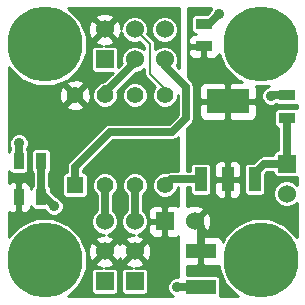
<source format=gtl>
G04 (created by PCBNEW (2013-04-19 BZR 4011)-stable) date 06/06/2013 13:50:22*
%MOIN*%
G04 Gerber Fmt 3.4, Leading zero omitted, Abs format*
%FSLAX34Y34*%
G01*
G70*
G90*
G04 APERTURE LIST*
%ADD10C,2.3622e-006*%
%ADD11R,0.144X0.08*%
%ADD12R,0.04X0.08*%
%ADD13R,0.055X0.055*%
%ADD14C,0.055*%
%ADD15R,0.06X0.06*%
%ADD16C,0.06*%
%ADD17C,0.25*%
%ADD18R,0.055X0.035*%
%ADD19R,0.035X0.055*%
%ADD20R,0.1X0.05*%
%ADD21C,0.035*%
%ADD22C,0.025*%
%ADD23C,0.008*%
%ADD24C,0.01*%
G04 APERTURE END LIST*
G54D10*
G54D11*
X18500Y-13300D03*
G54D12*
X18500Y-15900D03*
X19400Y-15900D03*
X17600Y-15900D03*
G54D13*
X13400Y-16100D03*
G54D14*
X14400Y-16100D03*
X15400Y-16100D03*
X16400Y-16100D03*
X16400Y-13100D03*
X15400Y-13100D03*
X14400Y-13100D03*
X13400Y-13100D03*
G54D15*
X14400Y-19300D03*
G54D16*
X14400Y-18300D03*
X14400Y-17300D03*
G54D15*
X15400Y-19300D03*
G54D16*
X15400Y-18300D03*
X15400Y-17300D03*
G54D15*
X16400Y-17300D03*
G54D16*
X17400Y-17300D03*
G54D15*
X20460Y-15380D03*
G54D16*
X20460Y-16380D03*
G54D15*
X14400Y-11900D03*
G54D16*
X14400Y-10900D03*
X15400Y-11900D03*
X15400Y-10900D03*
X16400Y-11900D03*
X16400Y-10900D03*
G54D17*
X12400Y-18600D03*
X19600Y-18600D03*
X19600Y-11400D03*
X12400Y-11400D03*
G54D18*
X17700Y-11475D03*
X17700Y-10725D03*
G54D19*
X12275Y-15300D03*
X11525Y-15300D03*
G54D18*
X20480Y-13855D03*
X20480Y-13105D03*
G54D19*
X11525Y-16500D03*
X12275Y-16500D03*
G54D20*
X17600Y-18300D03*
X17600Y-19500D03*
G54D21*
X12700Y-16800D03*
X18200Y-10400D03*
X16800Y-19500D03*
X11540Y-14700D03*
X19940Y-13120D03*
G54D22*
X14400Y-16100D02*
X14400Y-17300D01*
X15400Y-16100D02*
X15400Y-17300D01*
G54D23*
X16400Y-13100D02*
X16400Y-12900D01*
X15900Y-11400D02*
X15400Y-10900D01*
X15900Y-12400D02*
X15900Y-11400D01*
X16400Y-12900D02*
X15900Y-12400D01*
G54D22*
X13400Y-16100D02*
X13400Y-15480D01*
X16400Y-12120D02*
X16400Y-11900D01*
X17100Y-12820D02*
X16400Y-12120D01*
X17100Y-13860D02*
X17100Y-12820D01*
X16640Y-14320D02*
X17100Y-13860D01*
X14560Y-14320D02*
X16640Y-14320D01*
X13400Y-15480D02*
X14560Y-14320D01*
X12275Y-16500D02*
X12275Y-15300D01*
X12275Y-16500D02*
X12400Y-16500D01*
X12400Y-16500D02*
X12700Y-16800D01*
X15400Y-11900D02*
X15400Y-12000D01*
X14500Y-12900D02*
X14400Y-12900D01*
X15400Y-12000D02*
X14500Y-12900D01*
X14400Y-12900D02*
X14400Y-13100D01*
X20460Y-15380D02*
X20460Y-13875D01*
X20460Y-13875D02*
X20480Y-13855D01*
X19700Y-15380D02*
X20460Y-15380D01*
X19400Y-15680D02*
X19700Y-15380D01*
X17600Y-18300D02*
X17600Y-17500D01*
X17600Y-17500D02*
X17400Y-17300D01*
X17700Y-10725D02*
X17875Y-10725D01*
X17875Y-10725D02*
X18200Y-10400D01*
X17600Y-15900D02*
X16600Y-15900D01*
X16600Y-15900D02*
X16400Y-16100D01*
X17600Y-19500D02*
X16800Y-19500D01*
X11525Y-15300D02*
X11525Y-14715D01*
X11525Y-14715D02*
X11540Y-14700D01*
X20480Y-13105D02*
X19955Y-13105D01*
X19955Y-13105D02*
X19940Y-13120D01*
G54D10*
G36*
X16870Y-12201D02*
X16793Y-12124D01*
X16849Y-11989D01*
X16850Y-11810D01*
X16850Y-10810D01*
X16781Y-10645D01*
X16655Y-10518D01*
X16489Y-10450D01*
X16310Y-10449D01*
X16145Y-10518D01*
X16018Y-10644D01*
X15950Y-10810D01*
X15949Y-10989D01*
X16018Y-11154D01*
X16144Y-11281D01*
X16310Y-11349D01*
X16489Y-11350D01*
X16654Y-11281D01*
X16781Y-11155D01*
X16849Y-10989D01*
X16850Y-10810D01*
X16850Y-11810D01*
X16781Y-11645D01*
X16655Y-11518D01*
X16489Y-11450D01*
X16310Y-11449D01*
X16145Y-11518D01*
X16090Y-11573D01*
X16090Y-11400D01*
X16075Y-11327D01*
X16034Y-11265D01*
X15823Y-11054D01*
X15849Y-10989D01*
X15850Y-10810D01*
X15781Y-10645D01*
X15655Y-10518D01*
X15489Y-10450D01*
X15310Y-10449D01*
X15145Y-10518D01*
X15018Y-10644D01*
X14950Y-10810D01*
X14950Y-10886D01*
X14943Y-10763D01*
X14881Y-10612D01*
X14785Y-10584D01*
X14715Y-10655D01*
X14715Y-10514D01*
X14687Y-10418D01*
X14481Y-10345D01*
X14263Y-10356D01*
X14112Y-10418D01*
X14084Y-10514D01*
X14400Y-10829D01*
X14715Y-10514D01*
X14715Y-10655D01*
X14470Y-10900D01*
X14785Y-11215D01*
X14881Y-11187D01*
X14951Y-10992D01*
X15018Y-11154D01*
X15144Y-11281D01*
X15310Y-11349D01*
X15489Y-11350D01*
X15554Y-11323D01*
X15710Y-11478D01*
X15710Y-11573D01*
X15655Y-11518D01*
X15489Y-11450D01*
X15310Y-11449D01*
X15145Y-11518D01*
X15018Y-11644D01*
X14950Y-11810D01*
X14949Y-11989D01*
X14970Y-12040D01*
X14850Y-12161D01*
X14850Y-11570D01*
X14827Y-11515D01*
X14785Y-11472D01*
X14729Y-11450D01*
X14670Y-11449D01*
X14414Y-11449D01*
X14536Y-11443D01*
X14687Y-11381D01*
X14715Y-11285D01*
X14400Y-10970D01*
X14329Y-11041D01*
X14329Y-10900D01*
X14014Y-10584D01*
X13918Y-10612D01*
X13845Y-10818D01*
X13856Y-11036D01*
X13918Y-11187D01*
X14014Y-11215D01*
X14329Y-10900D01*
X14329Y-11041D01*
X14084Y-11285D01*
X14112Y-11381D01*
X14304Y-11449D01*
X14070Y-11449D01*
X14015Y-11472D01*
X13972Y-11514D01*
X13950Y-11570D01*
X13949Y-11629D01*
X13949Y-12229D01*
X13972Y-12284D01*
X14014Y-12327D01*
X14070Y-12349D01*
X14129Y-12350D01*
X14661Y-12350D01*
X14382Y-12628D01*
X14294Y-12645D01*
X14205Y-12705D01*
X14191Y-12726D01*
X14159Y-12739D01*
X14039Y-12858D01*
X13975Y-13015D01*
X13974Y-13184D01*
X14039Y-13340D01*
X14158Y-13460D01*
X14315Y-13524D01*
X14484Y-13525D01*
X14640Y-13460D01*
X14760Y-13341D01*
X14824Y-13184D01*
X14825Y-13015D01*
X14809Y-12979D01*
X15438Y-12350D01*
X15489Y-12350D01*
X15654Y-12281D01*
X15710Y-12226D01*
X15710Y-12400D01*
X15724Y-12472D01*
X15765Y-12534D01*
X16065Y-12833D01*
X16039Y-12858D01*
X15975Y-13015D01*
X15974Y-13184D01*
X16039Y-13340D01*
X16158Y-13460D01*
X16315Y-13524D01*
X16484Y-13525D01*
X16640Y-13460D01*
X16760Y-13341D01*
X16824Y-13184D01*
X16825Y-13099D01*
X16825Y-13746D01*
X16526Y-14045D01*
X15825Y-14045D01*
X15825Y-13015D01*
X15760Y-12859D01*
X15641Y-12739D01*
X15484Y-12675D01*
X15315Y-12674D01*
X15159Y-12739D01*
X15039Y-12858D01*
X14975Y-13015D01*
X14974Y-13184D01*
X15039Y-13340D01*
X15158Y-13460D01*
X15315Y-13524D01*
X15484Y-13525D01*
X15640Y-13460D01*
X15760Y-13341D01*
X15824Y-13184D01*
X15825Y-13015D01*
X15825Y-14045D01*
X14560Y-14045D01*
X14454Y-14065D01*
X14365Y-14125D01*
X14365Y-14125D01*
X14365Y-14125D01*
X13929Y-14561D01*
X13929Y-13175D01*
X13918Y-12967D01*
X13860Y-12827D01*
X13767Y-12802D01*
X13697Y-12873D01*
X13697Y-12732D01*
X13672Y-12639D01*
X13475Y-12570D01*
X13267Y-12581D01*
X13127Y-12639D01*
X13102Y-12732D01*
X13400Y-13029D01*
X13697Y-12732D01*
X13697Y-12873D01*
X13470Y-13100D01*
X13767Y-13397D01*
X13860Y-13372D01*
X13929Y-13175D01*
X13929Y-14561D01*
X13697Y-14794D01*
X13697Y-13467D01*
X13400Y-13170D01*
X13329Y-13241D01*
X13329Y-13100D01*
X13032Y-12802D01*
X12939Y-12827D01*
X12870Y-13024D01*
X12881Y-13232D01*
X12939Y-13372D01*
X13032Y-13397D01*
X13329Y-13100D01*
X13329Y-13241D01*
X13102Y-13467D01*
X13127Y-13560D01*
X13324Y-13629D01*
X13532Y-13618D01*
X13672Y-13560D01*
X13697Y-13467D01*
X13697Y-14794D01*
X13205Y-15285D01*
X13145Y-15374D01*
X13125Y-15480D01*
X13125Y-15674D01*
X13095Y-15674D01*
X13040Y-15697D01*
X12997Y-15739D01*
X12975Y-15795D01*
X12974Y-15854D01*
X12974Y-16404D01*
X12997Y-16459D01*
X13039Y-16502D01*
X13095Y-16524D01*
X13154Y-16525D01*
X13704Y-16525D01*
X13759Y-16502D01*
X13802Y-16460D01*
X13824Y-16404D01*
X13825Y-16345D01*
X13825Y-15795D01*
X13802Y-15740D01*
X13760Y-15697D01*
X13704Y-15675D01*
X13675Y-15674D01*
X13675Y-15593D01*
X14673Y-14595D01*
X16640Y-14595D01*
X16745Y-14574D01*
X16745Y-14574D01*
X16834Y-14514D01*
X16850Y-14498D01*
X16850Y-15625D01*
X16600Y-15625D01*
X16494Y-15645D01*
X16451Y-15675D01*
X16451Y-15675D01*
X16315Y-15674D01*
X16159Y-15739D01*
X16039Y-15858D01*
X15975Y-16015D01*
X15974Y-16184D01*
X16039Y-16340D01*
X16158Y-16460D01*
X16315Y-16524D01*
X16484Y-16525D01*
X16640Y-16460D01*
X16760Y-16341D01*
X16824Y-16184D01*
X16824Y-16175D01*
X16850Y-16175D01*
X16850Y-16500D01*
X16850Y-16796D01*
X16841Y-16787D01*
X16749Y-16749D01*
X16512Y-16750D01*
X16450Y-16812D01*
X16450Y-17250D01*
X16457Y-17250D01*
X16457Y-17350D01*
X16450Y-17350D01*
X16450Y-17787D01*
X16512Y-17850D01*
X16749Y-17850D01*
X16841Y-17812D01*
X16850Y-17803D01*
X16850Y-17900D01*
X16850Y-19175D01*
X16735Y-19174D01*
X16616Y-19224D01*
X16524Y-19315D01*
X16475Y-19435D01*
X16474Y-19564D01*
X16524Y-19683D01*
X16615Y-19775D01*
X16662Y-19795D01*
X16350Y-19795D01*
X16350Y-17787D01*
X16350Y-17350D01*
X16350Y-17250D01*
X16350Y-16812D01*
X16287Y-16750D01*
X16050Y-16749D01*
X15958Y-16787D01*
X15888Y-16858D01*
X15850Y-16950D01*
X15849Y-17049D01*
X15850Y-17187D01*
X15912Y-17250D01*
X16350Y-17250D01*
X16350Y-17350D01*
X15912Y-17350D01*
X15850Y-17412D01*
X15850Y-17210D01*
X15781Y-17045D01*
X15675Y-16938D01*
X15675Y-16425D01*
X15760Y-16341D01*
X15824Y-16184D01*
X15825Y-16015D01*
X15760Y-15859D01*
X15641Y-15739D01*
X15484Y-15675D01*
X15315Y-15674D01*
X15159Y-15739D01*
X15039Y-15858D01*
X14975Y-16015D01*
X14974Y-16184D01*
X15039Y-16340D01*
X15125Y-16426D01*
X15125Y-16938D01*
X15018Y-17044D01*
X14950Y-17210D01*
X14949Y-17389D01*
X15018Y-17554D01*
X15144Y-17681D01*
X15310Y-17749D01*
X15386Y-17749D01*
X15263Y-17756D01*
X15112Y-17818D01*
X15084Y-17914D01*
X15400Y-18229D01*
X15715Y-17914D01*
X15687Y-17818D01*
X15492Y-17748D01*
X15654Y-17681D01*
X15781Y-17555D01*
X15849Y-17389D01*
X15850Y-17210D01*
X15850Y-17412D01*
X15850Y-17412D01*
X15849Y-17550D01*
X15850Y-17649D01*
X15888Y-17741D01*
X15958Y-17812D01*
X16050Y-17850D01*
X16287Y-17850D01*
X16350Y-17787D01*
X16350Y-19795D01*
X15954Y-19795D01*
X15954Y-18381D01*
X15943Y-18163D01*
X15881Y-18012D01*
X15785Y-17984D01*
X15470Y-18300D01*
X15785Y-18615D01*
X15881Y-18587D01*
X15954Y-18381D01*
X15954Y-19795D01*
X15850Y-19795D01*
X15850Y-19570D01*
X15850Y-18970D01*
X15827Y-18915D01*
X15785Y-18872D01*
X15729Y-18850D01*
X15670Y-18849D01*
X15414Y-18849D01*
X15536Y-18843D01*
X15687Y-18781D01*
X15715Y-18685D01*
X15400Y-18370D01*
X15329Y-18441D01*
X15329Y-18300D01*
X15014Y-17984D01*
X14918Y-18012D01*
X14901Y-18060D01*
X14881Y-18012D01*
X14850Y-18003D01*
X14850Y-17210D01*
X14781Y-17045D01*
X14675Y-16938D01*
X14675Y-16425D01*
X14760Y-16341D01*
X14824Y-16184D01*
X14825Y-16015D01*
X14760Y-15859D01*
X14641Y-15739D01*
X14484Y-15675D01*
X14315Y-15674D01*
X14159Y-15739D01*
X14039Y-15858D01*
X13975Y-16015D01*
X13974Y-16184D01*
X14039Y-16340D01*
X14125Y-16426D01*
X14125Y-16938D01*
X14018Y-17044D01*
X13950Y-17210D01*
X13949Y-17389D01*
X14018Y-17554D01*
X14144Y-17681D01*
X14310Y-17749D01*
X14386Y-17749D01*
X14263Y-17756D01*
X14112Y-17818D01*
X14084Y-17914D01*
X14400Y-18229D01*
X14715Y-17914D01*
X14687Y-17818D01*
X14492Y-17748D01*
X14654Y-17681D01*
X14781Y-17555D01*
X14849Y-17389D01*
X14850Y-17210D01*
X14850Y-18003D01*
X14785Y-17984D01*
X14470Y-18300D01*
X14785Y-18615D01*
X14881Y-18587D01*
X14898Y-18539D01*
X14918Y-18587D01*
X15014Y-18615D01*
X15329Y-18300D01*
X15329Y-18441D01*
X15084Y-18685D01*
X15112Y-18781D01*
X15304Y-18849D01*
X15070Y-18849D01*
X15015Y-18872D01*
X14972Y-18914D01*
X14950Y-18970D01*
X14949Y-19029D01*
X14949Y-19629D01*
X14972Y-19684D01*
X15014Y-19727D01*
X15070Y-19749D01*
X15129Y-19750D01*
X15729Y-19750D01*
X15784Y-19727D01*
X15827Y-19685D01*
X15849Y-19629D01*
X15850Y-19570D01*
X15850Y-19795D01*
X14850Y-19795D01*
X14850Y-19570D01*
X14850Y-18970D01*
X14827Y-18915D01*
X14785Y-18872D01*
X14729Y-18850D01*
X14670Y-18849D01*
X14414Y-18849D01*
X14536Y-18843D01*
X14687Y-18781D01*
X14715Y-18685D01*
X14400Y-18370D01*
X14329Y-18441D01*
X14329Y-18300D01*
X14014Y-17984D01*
X13918Y-18012D01*
X13845Y-18218D01*
X13856Y-18436D01*
X13918Y-18587D01*
X14014Y-18615D01*
X14329Y-18300D01*
X14329Y-18441D01*
X14084Y-18685D01*
X14112Y-18781D01*
X14304Y-18849D01*
X14070Y-18849D01*
X14015Y-18872D01*
X13972Y-18914D01*
X13950Y-18970D01*
X13949Y-19029D01*
X13949Y-19629D01*
X13972Y-19684D01*
X14014Y-19727D01*
X14070Y-19749D01*
X14129Y-19750D01*
X14729Y-19750D01*
X14784Y-19727D01*
X14827Y-19685D01*
X14849Y-19629D01*
X14850Y-19570D01*
X14850Y-19795D01*
X13173Y-19795D01*
X13192Y-19787D01*
X13586Y-19394D01*
X13799Y-18879D01*
X13800Y-18322D01*
X13587Y-17807D01*
X13194Y-17413D01*
X13025Y-17343D01*
X13025Y-16735D01*
X12975Y-16616D01*
X12884Y-16524D01*
X12764Y-16475D01*
X12763Y-16475D01*
X12600Y-16311D01*
X12600Y-16195D01*
X12577Y-16140D01*
X12550Y-16112D01*
X12550Y-15687D01*
X12577Y-15660D01*
X12599Y-15604D01*
X12600Y-15545D01*
X12600Y-14995D01*
X12577Y-14940D01*
X12535Y-14897D01*
X12479Y-14875D01*
X12420Y-14874D01*
X12070Y-14874D01*
X12015Y-14897D01*
X11972Y-14939D01*
X11950Y-14995D01*
X11949Y-15054D01*
X11949Y-15604D01*
X11972Y-15659D01*
X12000Y-15687D01*
X12000Y-16112D01*
X11972Y-16139D01*
X11950Y-16195D01*
X11949Y-16224D01*
X11949Y-16175D01*
X11911Y-16083D01*
X11841Y-16012D01*
X11749Y-15974D01*
X11637Y-15975D01*
X11575Y-16037D01*
X11575Y-16450D01*
X11582Y-16450D01*
X11582Y-16550D01*
X11575Y-16550D01*
X11575Y-16962D01*
X11637Y-17025D01*
X11749Y-17025D01*
X11841Y-16987D01*
X11911Y-16916D01*
X11949Y-16824D01*
X11949Y-16804D01*
X11949Y-16804D01*
X11972Y-16859D01*
X12014Y-16902D01*
X12070Y-16924D01*
X12129Y-16925D01*
X12400Y-16925D01*
X12424Y-16983D01*
X12515Y-17075D01*
X12635Y-17124D01*
X12764Y-17125D01*
X12883Y-17075D01*
X12975Y-16984D01*
X13024Y-16864D01*
X13025Y-16735D01*
X13025Y-17343D01*
X12679Y-17200D01*
X12122Y-17199D01*
X11607Y-17412D01*
X11213Y-17805D01*
X11205Y-17827D01*
X11205Y-16983D01*
X11208Y-16987D01*
X11300Y-17025D01*
X11412Y-17025D01*
X11475Y-16962D01*
X11475Y-16550D01*
X11467Y-16550D01*
X11467Y-16450D01*
X11475Y-16450D01*
X11475Y-16037D01*
X11412Y-15975D01*
X11300Y-15974D01*
X11208Y-16012D01*
X11205Y-16016D01*
X11205Y-15616D01*
X11222Y-15659D01*
X11264Y-15702D01*
X11320Y-15724D01*
X11379Y-15725D01*
X11729Y-15725D01*
X11784Y-15702D01*
X11827Y-15660D01*
X11849Y-15604D01*
X11850Y-15545D01*
X11850Y-14995D01*
X11827Y-14940D01*
X11800Y-14912D01*
X11800Y-14899D01*
X11815Y-14884D01*
X11864Y-14764D01*
X11865Y-14635D01*
X11815Y-14516D01*
X11724Y-14424D01*
X11604Y-14375D01*
X11475Y-14374D01*
X11356Y-14424D01*
X11264Y-14515D01*
X11215Y-14635D01*
X11214Y-14764D01*
X11250Y-14849D01*
X11250Y-14912D01*
X11222Y-14939D01*
X11205Y-14983D01*
X11205Y-12173D01*
X11212Y-12192D01*
X11605Y-12586D01*
X12120Y-12799D01*
X12677Y-12800D01*
X13192Y-12587D01*
X13586Y-12194D01*
X13799Y-11679D01*
X13800Y-11122D01*
X13587Y-10607D01*
X13194Y-10213D01*
X13172Y-10205D01*
X16870Y-10205D01*
X16870Y-11200D01*
X16870Y-12201D01*
X16870Y-12201D01*
G37*
G54D24*
X16870Y-12201D02*
X16793Y-12124D01*
X16849Y-11989D01*
X16850Y-11810D01*
X16850Y-10810D01*
X16781Y-10645D01*
X16655Y-10518D01*
X16489Y-10450D01*
X16310Y-10449D01*
X16145Y-10518D01*
X16018Y-10644D01*
X15950Y-10810D01*
X15949Y-10989D01*
X16018Y-11154D01*
X16144Y-11281D01*
X16310Y-11349D01*
X16489Y-11350D01*
X16654Y-11281D01*
X16781Y-11155D01*
X16849Y-10989D01*
X16850Y-10810D01*
X16850Y-11810D01*
X16781Y-11645D01*
X16655Y-11518D01*
X16489Y-11450D01*
X16310Y-11449D01*
X16145Y-11518D01*
X16090Y-11573D01*
X16090Y-11400D01*
X16075Y-11327D01*
X16034Y-11265D01*
X15823Y-11054D01*
X15849Y-10989D01*
X15850Y-10810D01*
X15781Y-10645D01*
X15655Y-10518D01*
X15489Y-10450D01*
X15310Y-10449D01*
X15145Y-10518D01*
X15018Y-10644D01*
X14950Y-10810D01*
X14950Y-10886D01*
X14943Y-10763D01*
X14881Y-10612D01*
X14785Y-10584D01*
X14715Y-10655D01*
X14715Y-10514D01*
X14687Y-10418D01*
X14481Y-10345D01*
X14263Y-10356D01*
X14112Y-10418D01*
X14084Y-10514D01*
X14400Y-10829D01*
X14715Y-10514D01*
X14715Y-10655D01*
X14470Y-10900D01*
X14785Y-11215D01*
X14881Y-11187D01*
X14951Y-10992D01*
X15018Y-11154D01*
X15144Y-11281D01*
X15310Y-11349D01*
X15489Y-11350D01*
X15554Y-11323D01*
X15710Y-11478D01*
X15710Y-11573D01*
X15655Y-11518D01*
X15489Y-11450D01*
X15310Y-11449D01*
X15145Y-11518D01*
X15018Y-11644D01*
X14950Y-11810D01*
X14949Y-11989D01*
X14970Y-12040D01*
X14850Y-12161D01*
X14850Y-11570D01*
X14827Y-11515D01*
X14785Y-11472D01*
X14729Y-11450D01*
X14670Y-11449D01*
X14414Y-11449D01*
X14536Y-11443D01*
X14687Y-11381D01*
X14715Y-11285D01*
X14400Y-10970D01*
X14329Y-11041D01*
X14329Y-10900D01*
X14014Y-10584D01*
X13918Y-10612D01*
X13845Y-10818D01*
X13856Y-11036D01*
X13918Y-11187D01*
X14014Y-11215D01*
X14329Y-10900D01*
X14329Y-11041D01*
X14084Y-11285D01*
X14112Y-11381D01*
X14304Y-11449D01*
X14070Y-11449D01*
X14015Y-11472D01*
X13972Y-11514D01*
X13950Y-11570D01*
X13949Y-11629D01*
X13949Y-12229D01*
X13972Y-12284D01*
X14014Y-12327D01*
X14070Y-12349D01*
X14129Y-12350D01*
X14661Y-12350D01*
X14382Y-12628D01*
X14294Y-12645D01*
X14205Y-12705D01*
X14191Y-12726D01*
X14159Y-12739D01*
X14039Y-12858D01*
X13975Y-13015D01*
X13974Y-13184D01*
X14039Y-13340D01*
X14158Y-13460D01*
X14315Y-13524D01*
X14484Y-13525D01*
X14640Y-13460D01*
X14760Y-13341D01*
X14824Y-13184D01*
X14825Y-13015D01*
X14809Y-12979D01*
X15438Y-12350D01*
X15489Y-12350D01*
X15654Y-12281D01*
X15710Y-12226D01*
X15710Y-12400D01*
X15724Y-12472D01*
X15765Y-12534D01*
X16065Y-12833D01*
X16039Y-12858D01*
X15975Y-13015D01*
X15974Y-13184D01*
X16039Y-13340D01*
X16158Y-13460D01*
X16315Y-13524D01*
X16484Y-13525D01*
X16640Y-13460D01*
X16760Y-13341D01*
X16824Y-13184D01*
X16825Y-13099D01*
X16825Y-13746D01*
X16526Y-14045D01*
X15825Y-14045D01*
X15825Y-13015D01*
X15760Y-12859D01*
X15641Y-12739D01*
X15484Y-12675D01*
X15315Y-12674D01*
X15159Y-12739D01*
X15039Y-12858D01*
X14975Y-13015D01*
X14974Y-13184D01*
X15039Y-13340D01*
X15158Y-13460D01*
X15315Y-13524D01*
X15484Y-13525D01*
X15640Y-13460D01*
X15760Y-13341D01*
X15824Y-13184D01*
X15825Y-13015D01*
X15825Y-14045D01*
X14560Y-14045D01*
X14454Y-14065D01*
X14365Y-14125D01*
X14365Y-14125D01*
X14365Y-14125D01*
X13929Y-14561D01*
X13929Y-13175D01*
X13918Y-12967D01*
X13860Y-12827D01*
X13767Y-12802D01*
X13697Y-12873D01*
X13697Y-12732D01*
X13672Y-12639D01*
X13475Y-12570D01*
X13267Y-12581D01*
X13127Y-12639D01*
X13102Y-12732D01*
X13400Y-13029D01*
X13697Y-12732D01*
X13697Y-12873D01*
X13470Y-13100D01*
X13767Y-13397D01*
X13860Y-13372D01*
X13929Y-13175D01*
X13929Y-14561D01*
X13697Y-14794D01*
X13697Y-13467D01*
X13400Y-13170D01*
X13329Y-13241D01*
X13329Y-13100D01*
X13032Y-12802D01*
X12939Y-12827D01*
X12870Y-13024D01*
X12881Y-13232D01*
X12939Y-13372D01*
X13032Y-13397D01*
X13329Y-13100D01*
X13329Y-13241D01*
X13102Y-13467D01*
X13127Y-13560D01*
X13324Y-13629D01*
X13532Y-13618D01*
X13672Y-13560D01*
X13697Y-13467D01*
X13697Y-14794D01*
X13205Y-15285D01*
X13145Y-15374D01*
X13125Y-15480D01*
X13125Y-15674D01*
X13095Y-15674D01*
X13040Y-15697D01*
X12997Y-15739D01*
X12975Y-15795D01*
X12974Y-15854D01*
X12974Y-16404D01*
X12997Y-16459D01*
X13039Y-16502D01*
X13095Y-16524D01*
X13154Y-16525D01*
X13704Y-16525D01*
X13759Y-16502D01*
X13802Y-16460D01*
X13824Y-16404D01*
X13825Y-16345D01*
X13825Y-15795D01*
X13802Y-15740D01*
X13760Y-15697D01*
X13704Y-15675D01*
X13675Y-15674D01*
X13675Y-15593D01*
X14673Y-14595D01*
X16640Y-14595D01*
X16745Y-14574D01*
X16745Y-14574D01*
X16834Y-14514D01*
X16850Y-14498D01*
X16850Y-15625D01*
X16600Y-15625D01*
X16494Y-15645D01*
X16451Y-15675D01*
X16451Y-15675D01*
X16315Y-15674D01*
X16159Y-15739D01*
X16039Y-15858D01*
X15975Y-16015D01*
X15974Y-16184D01*
X16039Y-16340D01*
X16158Y-16460D01*
X16315Y-16524D01*
X16484Y-16525D01*
X16640Y-16460D01*
X16760Y-16341D01*
X16824Y-16184D01*
X16824Y-16175D01*
X16850Y-16175D01*
X16850Y-16500D01*
X16850Y-16796D01*
X16841Y-16787D01*
X16749Y-16749D01*
X16512Y-16750D01*
X16450Y-16812D01*
X16450Y-17250D01*
X16457Y-17250D01*
X16457Y-17350D01*
X16450Y-17350D01*
X16450Y-17787D01*
X16512Y-17850D01*
X16749Y-17850D01*
X16841Y-17812D01*
X16850Y-17803D01*
X16850Y-17900D01*
X16850Y-19175D01*
X16735Y-19174D01*
X16616Y-19224D01*
X16524Y-19315D01*
X16475Y-19435D01*
X16474Y-19564D01*
X16524Y-19683D01*
X16615Y-19775D01*
X16662Y-19795D01*
X16350Y-19795D01*
X16350Y-17787D01*
X16350Y-17350D01*
X16350Y-17250D01*
X16350Y-16812D01*
X16287Y-16750D01*
X16050Y-16749D01*
X15958Y-16787D01*
X15888Y-16858D01*
X15850Y-16950D01*
X15849Y-17049D01*
X15850Y-17187D01*
X15912Y-17250D01*
X16350Y-17250D01*
X16350Y-17350D01*
X15912Y-17350D01*
X15850Y-17412D01*
X15850Y-17210D01*
X15781Y-17045D01*
X15675Y-16938D01*
X15675Y-16425D01*
X15760Y-16341D01*
X15824Y-16184D01*
X15825Y-16015D01*
X15760Y-15859D01*
X15641Y-15739D01*
X15484Y-15675D01*
X15315Y-15674D01*
X15159Y-15739D01*
X15039Y-15858D01*
X14975Y-16015D01*
X14974Y-16184D01*
X15039Y-16340D01*
X15125Y-16426D01*
X15125Y-16938D01*
X15018Y-17044D01*
X14950Y-17210D01*
X14949Y-17389D01*
X15018Y-17554D01*
X15144Y-17681D01*
X15310Y-17749D01*
X15386Y-17749D01*
X15263Y-17756D01*
X15112Y-17818D01*
X15084Y-17914D01*
X15400Y-18229D01*
X15715Y-17914D01*
X15687Y-17818D01*
X15492Y-17748D01*
X15654Y-17681D01*
X15781Y-17555D01*
X15849Y-17389D01*
X15850Y-17210D01*
X15850Y-17412D01*
X15850Y-17412D01*
X15849Y-17550D01*
X15850Y-17649D01*
X15888Y-17741D01*
X15958Y-17812D01*
X16050Y-17850D01*
X16287Y-17850D01*
X16350Y-17787D01*
X16350Y-19795D01*
X15954Y-19795D01*
X15954Y-18381D01*
X15943Y-18163D01*
X15881Y-18012D01*
X15785Y-17984D01*
X15470Y-18300D01*
X15785Y-18615D01*
X15881Y-18587D01*
X15954Y-18381D01*
X15954Y-19795D01*
X15850Y-19795D01*
X15850Y-19570D01*
X15850Y-18970D01*
X15827Y-18915D01*
X15785Y-18872D01*
X15729Y-18850D01*
X15670Y-18849D01*
X15414Y-18849D01*
X15536Y-18843D01*
X15687Y-18781D01*
X15715Y-18685D01*
X15400Y-18370D01*
X15329Y-18441D01*
X15329Y-18300D01*
X15014Y-17984D01*
X14918Y-18012D01*
X14901Y-18060D01*
X14881Y-18012D01*
X14850Y-18003D01*
X14850Y-17210D01*
X14781Y-17045D01*
X14675Y-16938D01*
X14675Y-16425D01*
X14760Y-16341D01*
X14824Y-16184D01*
X14825Y-16015D01*
X14760Y-15859D01*
X14641Y-15739D01*
X14484Y-15675D01*
X14315Y-15674D01*
X14159Y-15739D01*
X14039Y-15858D01*
X13975Y-16015D01*
X13974Y-16184D01*
X14039Y-16340D01*
X14125Y-16426D01*
X14125Y-16938D01*
X14018Y-17044D01*
X13950Y-17210D01*
X13949Y-17389D01*
X14018Y-17554D01*
X14144Y-17681D01*
X14310Y-17749D01*
X14386Y-17749D01*
X14263Y-17756D01*
X14112Y-17818D01*
X14084Y-17914D01*
X14400Y-18229D01*
X14715Y-17914D01*
X14687Y-17818D01*
X14492Y-17748D01*
X14654Y-17681D01*
X14781Y-17555D01*
X14849Y-17389D01*
X14850Y-17210D01*
X14850Y-18003D01*
X14785Y-17984D01*
X14470Y-18300D01*
X14785Y-18615D01*
X14881Y-18587D01*
X14898Y-18539D01*
X14918Y-18587D01*
X15014Y-18615D01*
X15329Y-18300D01*
X15329Y-18441D01*
X15084Y-18685D01*
X15112Y-18781D01*
X15304Y-18849D01*
X15070Y-18849D01*
X15015Y-18872D01*
X14972Y-18914D01*
X14950Y-18970D01*
X14949Y-19029D01*
X14949Y-19629D01*
X14972Y-19684D01*
X15014Y-19727D01*
X15070Y-19749D01*
X15129Y-19750D01*
X15729Y-19750D01*
X15784Y-19727D01*
X15827Y-19685D01*
X15849Y-19629D01*
X15850Y-19570D01*
X15850Y-19795D01*
X14850Y-19795D01*
X14850Y-19570D01*
X14850Y-18970D01*
X14827Y-18915D01*
X14785Y-18872D01*
X14729Y-18850D01*
X14670Y-18849D01*
X14414Y-18849D01*
X14536Y-18843D01*
X14687Y-18781D01*
X14715Y-18685D01*
X14400Y-18370D01*
X14329Y-18441D01*
X14329Y-18300D01*
X14014Y-17984D01*
X13918Y-18012D01*
X13845Y-18218D01*
X13856Y-18436D01*
X13918Y-18587D01*
X14014Y-18615D01*
X14329Y-18300D01*
X14329Y-18441D01*
X14084Y-18685D01*
X14112Y-18781D01*
X14304Y-18849D01*
X14070Y-18849D01*
X14015Y-18872D01*
X13972Y-18914D01*
X13950Y-18970D01*
X13949Y-19029D01*
X13949Y-19629D01*
X13972Y-19684D01*
X14014Y-19727D01*
X14070Y-19749D01*
X14129Y-19750D01*
X14729Y-19750D01*
X14784Y-19727D01*
X14827Y-19685D01*
X14849Y-19629D01*
X14850Y-19570D01*
X14850Y-19795D01*
X13173Y-19795D01*
X13192Y-19787D01*
X13586Y-19394D01*
X13799Y-18879D01*
X13800Y-18322D01*
X13587Y-17807D01*
X13194Y-17413D01*
X13025Y-17343D01*
X13025Y-16735D01*
X12975Y-16616D01*
X12884Y-16524D01*
X12764Y-16475D01*
X12763Y-16475D01*
X12600Y-16311D01*
X12600Y-16195D01*
X12577Y-16140D01*
X12550Y-16112D01*
X12550Y-15687D01*
X12577Y-15660D01*
X12599Y-15604D01*
X12600Y-15545D01*
X12600Y-14995D01*
X12577Y-14940D01*
X12535Y-14897D01*
X12479Y-14875D01*
X12420Y-14874D01*
X12070Y-14874D01*
X12015Y-14897D01*
X11972Y-14939D01*
X11950Y-14995D01*
X11949Y-15054D01*
X11949Y-15604D01*
X11972Y-15659D01*
X12000Y-15687D01*
X12000Y-16112D01*
X11972Y-16139D01*
X11950Y-16195D01*
X11949Y-16224D01*
X11949Y-16175D01*
X11911Y-16083D01*
X11841Y-16012D01*
X11749Y-15974D01*
X11637Y-15975D01*
X11575Y-16037D01*
X11575Y-16450D01*
X11582Y-16450D01*
X11582Y-16550D01*
X11575Y-16550D01*
X11575Y-16962D01*
X11637Y-17025D01*
X11749Y-17025D01*
X11841Y-16987D01*
X11911Y-16916D01*
X11949Y-16824D01*
X11949Y-16804D01*
X11949Y-16804D01*
X11972Y-16859D01*
X12014Y-16902D01*
X12070Y-16924D01*
X12129Y-16925D01*
X12400Y-16925D01*
X12424Y-16983D01*
X12515Y-17075D01*
X12635Y-17124D01*
X12764Y-17125D01*
X12883Y-17075D01*
X12975Y-16984D01*
X13024Y-16864D01*
X13025Y-16735D01*
X13025Y-17343D01*
X12679Y-17200D01*
X12122Y-17199D01*
X11607Y-17412D01*
X11213Y-17805D01*
X11205Y-17827D01*
X11205Y-16983D01*
X11208Y-16987D01*
X11300Y-17025D01*
X11412Y-17025D01*
X11475Y-16962D01*
X11475Y-16550D01*
X11467Y-16550D01*
X11467Y-16450D01*
X11475Y-16450D01*
X11475Y-16037D01*
X11412Y-15975D01*
X11300Y-15974D01*
X11208Y-16012D01*
X11205Y-16016D01*
X11205Y-15616D01*
X11222Y-15659D01*
X11264Y-15702D01*
X11320Y-15724D01*
X11379Y-15725D01*
X11729Y-15725D01*
X11784Y-15702D01*
X11827Y-15660D01*
X11849Y-15604D01*
X11850Y-15545D01*
X11850Y-14995D01*
X11827Y-14940D01*
X11800Y-14912D01*
X11800Y-14899D01*
X11815Y-14884D01*
X11864Y-14764D01*
X11865Y-14635D01*
X11815Y-14516D01*
X11724Y-14424D01*
X11604Y-14375D01*
X11475Y-14374D01*
X11356Y-14424D01*
X11264Y-14515D01*
X11215Y-14635D01*
X11214Y-14764D01*
X11250Y-14849D01*
X11250Y-14912D01*
X11222Y-14939D01*
X11205Y-14983D01*
X11205Y-12173D01*
X11212Y-12192D01*
X11605Y-12586D01*
X12120Y-12799D01*
X12677Y-12800D01*
X13192Y-12587D01*
X13586Y-12194D01*
X13799Y-11679D01*
X13800Y-11122D01*
X13587Y-10607D01*
X13194Y-10213D01*
X13172Y-10205D01*
X16870Y-10205D01*
X16870Y-11200D01*
X16870Y-12201D01*
G54D10*
G36*
X18827Y-19795D02*
X18243Y-19795D01*
X18249Y-19779D01*
X18250Y-19720D01*
X18250Y-19220D01*
X18227Y-19165D01*
X18185Y-19122D01*
X18129Y-19100D01*
X18070Y-19099D01*
X17150Y-19099D01*
X17150Y-18800D01*
X17487Y-18800D01*
X17550Y-18737D01*
X17550Y-18350D01*
X17542Y-18350D01*
X17542Y-18250D01*
X17550Y-18250D01*
X17550Y-18242D01*
X17650Y-18242D01*
X17650Y-18250D01*
X17657Y-18250D01*
X17657Y-18350D01*
X17650Y-18350D01*
X17650Y-18737D01*
X17712Y-18800D01*
X18050Y-18800D01*
X18149Y-18799D01*
X18199Y-18779D01*
X18199Y-18877D01*
X18412Y-19392D01*
X18805Y-19786D01*
X18827Y-19795D01*
X18827Y-19795D01*
G37*
G54D24*
X18827Y-19795D02*
X18243Y-19795D01*
X18249Y-19779D01*
X18250Y-19720D01*
X18250Y-19220D01*
X18227Y-19165D01*
X18185Y-19122D01*
X18129Y-19100D01*
X18070Y-19099D01*
X17150Y-19099D01*
X17150Y-18800D01*
X17487Y-18800D01*
X17550Y-18737D01*
X17550Y-18350D01*
X17542Y-18350D01*
X17542Y-18250D01*
X17550Y-18250D01*
X17550Y-18242D01*
X17650Y-18242D01*
X17650Y-18250D01*
X17657Y-18250D01*
X17657Y-18350D01*
X17650Y-18350D01*
X17650Y-18737D01*
X17712Y-18800D01*
X18050Y-18800D01*
X18149Y-18799D01*
X18199Y-18779D01*
X18199Y-18877D01*
X18412Y-19392D01*
X18805Y-19786D01*
X18827Y-19795D01*
G54D10*
G36*
X20795Y-17826D02*
X20787Y-17807D01*
X20394Y-17413D01*
X19879Y-17200D01*
X19322Y-17199D01*
X18950Y-17353D01*
X18950Y-16250D01*
X18950Y-15549D01*
X18949Y-15450D01*
X18911Y-15358D01*
X18841Y-15287D01*
X18749Y-15249D01*
X18612Y-15250D01*
X18550Y-15312D01*
X18550Y-15850D01*
X18887Y-15850D01*
X18950Y-15787D01*
X18950Y-15549D01*
X18950Y-16250D01*
X18950Y-16012D01*
X18887Y-15950D01*
X18550Y-15950D01*
X18550Y-16487D01*
X18612Y-16550D01*
X18749Y-16550D01*
X18841Y-16512D01*
X18911Y-16441D01*
X18949Y-16349D01*
X18950Y-16250D01*
X18950Y-17353D01*
X18807Y-17412D01*
X18450Y-17769D01*
X18450Y-16487D01*
X18450Y-15950D01*
X18450Y-15850D01*
X18450Y-15312D01*
X18450Y-13887D01*
X18450Y-13350D01*
X18450Y-13250D01*
X18450Y-12712D01*
X18387Y-12650D01*
X17730Y-12649D01*
X17650Y-12683D01*
X17650Y-11837D01*
X17650Y-11525D01*
X17237Y-11525D01*
X17175Y-11587D01*
X17174Y-11699D01*
X17212Y-11791D01*
X17283Y-11861D01*
X17375Y-11899D01*
X17474Y-11900D01*
X17587Y-11900D01*
X17650Y-11837D01*
X17650Y-12683D01*
X17638Y-12687D01*
X17568Y-12758D01*
X17530Y-12850D01*
X17529Y-12949D01*
X17530Y-13187D01*
X17592Y-13250D01*
X18450Y-13250D01*
X18450Y-13350D01*
X17592Y-13350D01*
X17530Y-13412D01*
X17529Y-13650D01*
X17530Y-13749D01*
X17568Y-13841D01*
X17638Y-13912D01*
X17730Y-13950D01*
X18387Y-13950D01*
X18450Y-13887D01*
X18450Y-15312D01*
X18387Y-15250D01*
X18250Y-15249D01*
X18158Y-15287D01*
X18088Y-15358D01*
X18050Y-15450D01*
X18049Y-15549D01*
X18050Y-15787D01*
X18112Y-15850D01*
X18450Y-15850D01*
X18450Y-15950D01*
X18112Y-15950D01*
X18050Y-16012D01*
X18049Y-16250D01*
X18050Y-16349D01*
X18088Y-16441D01*
X18158Y-16512D01*
X18250Y-16550D01*
X18387Y-16550D01*
X18450Y-16487D01*
X18450Y-17769D01*
X18413Y-17805D01*
X18341Y-17979D01*
X18312Y-17908D01*
X18241Y-17838D01*
X18149Y-17800D01*
X18050Y-17799D01*
X17954Y-17799D01*
X17954Y-17381D01*
X17943Y-17163D01*
X17881Y-17012D01*
X17785Y-16984D01*
X17470Y-17300D01*
X17785Y-17615D01*
X17881Y-17587D01*
X17954Y-17381D01*
X17954Y-17799D01*
X17712Y-17800D01*
X17650Y-17862D01*
X17650Y-17800D01*
X17642Y-17800D01*
X17687Y-17781D01*
X17715Y-17685D01*
X17400Y-17370D01*
X17394Y-17376D01*
X17323Y-17305D01*
X17329Y-17300D01*
X17323Y-17294D01*
X17394Y-17223D01*
X17400Y-17229D01*
X17715Y-16914D01*
X17687Y-16818D01*
X17481Y-16745D01*
X17263Y-16756D01*
X17150Y-16803D01*
X17150Y-16700D01*
X17151Y-16175D01*
X17249Y-16175D01*
X17249Y-16329D01*
X17272Y-16384D01*
X17314Y-16427D01*
X17370Y-16449D01*
X17429Y-16450D01*
X17829Y-16450D01*
X17884Y-16427D01*
X17927Y-16385D01*
X17949Y-16329D01*
X17950Y-16270D01*
X17950Y-15470D01*
X17927Y-15415D01*
X17885Y-15372D01*
X17829Y-15350D01*
X17770Y-15349D01*
X17370Y-15349D01*
X17315Y-15372D01*
X17272Y-15414D01*
X17250Y-15470D01*
X17249Y-15529D01*
X17249Y-15625D01*
X17153Y-15625D01*
X17157Y-14191D01*
X17294Y-14054D01*
X17354Y-13965D01*
X17354Y-13965D01*
X17375Y-13860D01*
X17375Y-12820D01*
X17374Y-12819D01*
X17354Y-12714D01*
X17354Y-12714D01*
X17334Y-12685D01*
X17294Y-12625D01*
X17294Y-12625D01*
X17162Y-12493D01*
X17169Y-10205D01*
X17935Y-10205D01*
X17924Y-10215D01*
X17875Y-10335D01*
X17875Y-10336D01*
X17811Y-10399D01*
X17395Y-10399D01*
X17340Y-10422D01*
X17297Y-10464D01*
X17275Y-10520D01*
X17274Y-10579D01*
X17274Y-10929D01*
X17297Y-10984D01*
X17339Y-11027D01*
X17395Y-11049D01*
X17424Y-11050D01*
X17375Y-11050D01*
X17283Y-11088D01*
X17212Y-11158D01*
X17174Y-11250D01*
X17175Y-11362D01*
X17237Y-11425D01*
X17650Y-11425D01*
X17650Y-11417D01*
X17750Y-11417D01*
X17750Y-11425D01*
X17757Y-11425D01*
X17757Y-11525D01*
X17750Y-11525D01*
X17750Y-11837D01*
X17812Y-11900D01*
X17925Y-11900D01*
X18024Y-11899D01*
X18116Y-11861D01*
X18187Y-11791D01*
X18216Y-11718D01*
X18412Y-12192D01*
X18805Y-12586D01*
X18959Y-12649D01*
X18612Y-12650D01*
X18550Y-12712D01*
X18550Y-13250D01*
X19407Y-13250D01*
X19470Y-13187D01*
X19470Y-12949D01*
X19469Y-12850D01*
X19449Y-12799D01*
X19862Y-12800D01*
X19756Y-12844D01*
X19664Y-12935D01*
X19615Y-13055D01*
X19614Y-13184D01*
X19664Y-13303D01*
X19755Y-13395D01*
X19875Y-13444D01*
X20004Y-13445D01*
X20113Y-13400D01*
X20119Y-13407D01*
X20175Y-13429D01*
X20234Y-13430D01*
X20784Y-13430D01*
X20795Y-13425D01*
X20795Y-13534D01*
X20784Y-13530D01*
X20725Y-13529D01*
X20175Y-13529D01*
X20120Y-13552D01*
X20077Y-13594D01*
X20055Y-13650D01*
X20054Y-13709D01*
X20054Y-14059D01*
X20077Y-14114D01*
X20119Y-14157D01*
X20175Y-14179D01*
X20185Y-14179D01*
X20185Y-14929D01*
X20130Y-14929D01*
X20075Y-14952D01*
X20032Y-14994D01*
X20010Y-15050D01*
X20009Y-15105D01*
X19700Y-15105D01*
X19594Y-15125D01*
X19565Y-15145D01*
X19505Y-15185D01*
X19470Y-15221D01*
X19470Y-13650D01*
X19470Y-13412D01*
X19407Y-13350D01*
X18550Y-13350D01*
X18550Y-13887D01*
X18612Y-13950D01*
X19269Y-13950D01*
X19361Y-13912D01*
X19431Y-13841D01*
X19469Y-13749D01*
X19470Y-13650D01*
X19470Y-15221D01*
X19341Y-15349D01*
X19170Y-15349D01*
X19115Y-15372D01*
X19072Y-15414D01*
X19050Y-15470D01*
X19049Y-15529D01*
X19049Y-16329D01*
X19072Y-16384D01*
X19114Y-16427D01*
X19170Y-16449D01*
X19229Y-16450D01*
X19629Y-16450D01*
X19684Y-16427D01*
X19727Y-16385D01*
X19749Y-16329D01*
X19750Y-16270D01*
X19750Y-15718D01*
X19813Y-15655D01*
X20009Y-15655D01*
X20009Y-15709D01*
X20032Y-15764D01*
X20074Y-15807D01*
X20130Y-15829D01*
X20189Y-15830D01*
X20789Y-15830D01*
X20795Y-15827D01*
X20795Y-16078D01*
X20715Y-15998D01*
X20549Y-15930D01*
X20370Y-15929D01*
X20205Y-15998D01*
X20078Y-16124D01*
X20010Y-16290D01*
X20009Y-16469D01*
X20078Y-16634D01*
X20204Y-16761D01*
X20370Y-16829D01*
X20549Y-16830D01*
X20714Y-16761D01*
X20795Y-16681D01*
X20795Y-17826D01*
X20795Y-17826D01*
G37*
G54D24*
X20795Y-17826D02*
X20787Y-17807D01*
X20394Y-17413D01*
X19879Y-17200D01*
X19322Y-17199D01*
X18950Y-17353D01*
X18950Y-16250D01*
X18950Y-15549D01*
X18949Y-15450D01*
X18911Y-15358D01*
X18841Y-15287D01*
X18749Y-15249D01*
X18612Y-15250D01*
X18550Y-15312D01*
X18550Y-15850D01*
X18887Y-15850D01*
X18950Y-15787D01*
X18950Y-15549D01*
X18950Y-16250D01*
X18950Y-16012D01*
X18887Y-15950D01*
X18550Y-15950D01*
X18550Y-16487D01*
X18612Y-16550D01*
X18749Y-16550D01*
X18841Y-16512D01*
X18911Y-16441D01*
X18949Y-16349D01*
X18950Y-16250D01*
X18950Y-17353D01*
X18807Y-17412D01*
X18450Y-17769D01*
X18450Y-16487D01*
X18450Y-15950D01*
X18450Y-15850D01*
X18450Y-15312D01*
X18450Y-13887D01*
X18450Y-13350D01*
X18450Y-13250D01*
X18450Y-12712D01*
X18387Y-12650D01*
X17730Y-12649D01*
X17650Y-12683D01*
X17650Y-11837D01*
X17650Y-11525D01*
X17237Y-11525D01*
X17175Y-11587D01*
X17174Y-11699D01*
X17212Y-11791D01*
X17283Y-11861D01*
X17375Y-11899D01*
X17474Y-11900D01*
X17587Y-11900D01*
X17650Y-11837D01*
X17650Y-12683D01*
X17638Y-12687D01*
X17568Y-12758D01*
X17530Y-12850D01*
X17529Y-12949D01*
X17530Y-13187D01*
X17592Y-13250D01*
X18450Y-13250D01*
X18450Y-13350D01*
X17592Y-13350D01*
X17530Y-13412D01*
X17529Y-13650D01*
X17530Y-13749D01*
X17568Y-13841D01*
X17638Y-13912D01*
X17730Y-13950D01*
X18387Y-13950D01*
X18450Y-13887D01*
X18450Y-15312D01*
X18387Y-15250D01*
X18250Y-15249D01*
X18158Y-15287D01*
X18088Y-15358D01*
X18050Y-15450D01*
X18049Y-15549D01*
X18050Y-15787D01*
X18112Y-15850D01*
X18450Y-15850D01*
X18450Y-15950D01*
X18112Y-15950D01*
X18050Y-16012D01*
X18049Y-16250D01*
X18050Y-16349D01*
X18088Y-16441D01*
X18158Y-16512D01*
X18250Y-16550D01*
X18387Y-16550D01*
X18450Y-16487D01*
X18450Y-17769D01*
X18413Y-17805D01*
X18341Y-17979D01*
X18312Y-17908D01*
X18241Y-17838D01*
X18149Y-17800D01*
X18050Y-17799D01*
X17954Y-17799D01*
X17954Y-17381D01*
X17943Y-17163D01*
X17881Y-17012D01*
X17785Y-16984D01*
X17470Y-17300D01*
X17785Y-17615D01*
X17881Y-17587D01*
X17954Y-17381D01*
X17954Y-17799D01*
X17712Y-17800D01*
X17650Y-17862D01*
X17650Y-17800D01*
X17642Y-17800D01*
X17687Y-17781D01*
X17715Y-17685D01*
X17400Y-17370D01*
X17394Y-17376D01*
X17323Y-17305D01*
X17329Y-17300D01*
X17323Y-17294D01*
X17394Y-17223D01*
X17400Y-17229D01*
X17715Y-16914D01*
X17687Y-16818D01*
X17481Y-16745D01*
X17263Y-16756D01*
X17150Y-16803D01*
X17150Y-16700D01*
X17151Y-16175D01*
X17249Y-16175D01*
X17249Y-16329D01*
X17272Y-16384D01*
X17314Y-16427D01*
X17370Y-16449D01*
X17429Y-16450D01*
X17829Y-16450D01*
X17884Y-16427D01*
X17927Y-16385D01*
X17949Y-16329D01*
X17950Y-16270D01*
X17950Y-15470D01*
X17927Y-15415D01*
X17885Y-15372D01*
X17829Y-15350D01*
X17770Y-15349D01*
X17370Y-15349D01*
X17315Y-15372D01*
X17272Y-15414D01*
X17250Y-15470D01*
X17249Y-15529D01*
X17249Y-15625D01*
X17153Y-15625D01*
X17157Y-14191D01*
X17294Y-14054D01*
X17354Y-13965D01*
X17354Y-13965D01*
X17375Y-13860D01*
X17375Y-12820D01*
X17374Y-12819D01*
X17354Y-12714D01*
X17354Y-12714D01*
X17334Y-12685D01*
X17294Y-12625D01*
X17294Y-12625D01*
X17162Y-12493D01*
X17169Y-10205D01*
X17935Y-10205D01*
X17924Y-10215D01*
X17875Y-10335D01*
X17875Y-10336D01*
X17811Y-10399D01*
X17395Y-10399D01*
X17340Y-10422D01*
X17297Y-10464D01*
X17275Y-10520D01*
X17274Y-10579D01*
X17274Y-10929D01*
X17297Y-10984D01*
X17339Y-11027D01*
X17395Y-11049D01*
X17424Y-11050D01*
X17375Y-11050D01*
X17283Y-11088D01*
X17212Y-11158D01*
X17174Y-11250D01*
X17175Y-11362D01*
X17237Y-11425D01*
X17650Y-11425D01*
X17650Y-11417D01*
X17750Y-11417D01*
X17750Y-11425D01*
X17757Y-11425D01*
X17757Y-11525D01*
X17750Y-11525D01*
X17750Y-11837D01*
X17812Y-11900D01*
X17925Y-11900D01*
X18024Y-11899D01*
X18116Y-11861D01*
X18187Y-11791D01*
X18216Y-11718D01*
X18412Y-12192D01*
X18805Y-12586D01*
X18959Y-12649D01*
X18612Y-12650D01*
X18550Y-12712D01*
X18550Y-13250D01*
X19407Y-13250D01*
X19470Y-13187D01*
X19470Y-12949D01*
X19469Y-12850D01*
X19449Y-12799D01*
X19862Y-12800D01*
X19756Y-12844D01*
X19664Y-12935D01*
X19615Y-13055D01*
X19614Y-13184D01*
X19664Y-13303D01*
X19755Y-13395D01*
X19875Y-13444D01*
X20004Y-13445D01*
X20113Y-13400D01*
X20119Y-13407D01*
X20175Y-13429D01*
X20234Y-13430D01*
X20784Y-13430D01*
X20795Y-13425D01*
X20795Y-13534D01*
X20784Y-13530D01*
X20725Y-13529D01*
X20175Y-13529D01*
X20120Y-13552D01*
X20077Y-13594D01*
X20055Y-13650D01*
X20054Y-13709D01*
X20054Y-14059D01*
X20077Y-14114D01*
X20119Y-14157D01*
X20175Y-14179D01*
X20185Y-14179D01*
X20185Y-14929D01*
X20130Y-14929D01*
X20075Y-14952D01*
X20032Y-14994D01*
X20010Y-15050D01*
X20009Y-15105D01*
X19700Y-15105D01*
X19594Y-15125D01*
X19565Y-15145D01*
X19505Y-15185D01*
X19470Y-15221D01*
X19470Y-13650D01*
X19470Y-13412D01*
X19407Y-13350D01*
X18550Y-13350D01*
X18550Y-13887D01*
X18612Y-13950D01*
X19269Y-13950D01*
X19361Y-13912D01*
X19431Y-13841D01*
X19469Y-13749D01*
X19470Y-13650D01*
X19470Y-15221D01*
X19341Y-15349D01*
X19170Y-15349D01*
X19115Y-15372D01*
X19072Y-15414D01*
X19050Y-15470D01*
X19049Y-15529D01*
X19049Y-16329D01*
X19072Y-16384D01*
X19114Y-16427D01*
X19170Y-16449D01*
X19229Y-16450D01*
X19629Y-16450D01*
X19684Y-16427D01*
X19727Y-16385D01*
X19749Y-16329D01*
X19750Y-16270D01*
X19750Y-15718D01*
X19813Y-15655D01*
X20009Y-15655D01*
X20009Y-15709D01*
X20032Y-15764D01*
X20074Y-15807D01*
X20130Y-15829D01*
X20189Y-15830D01*
X20789Y-15830D01*
X20795Y-15827D01*
X20795Y-16078D01*
X20715Y-15998D01*
X20549Y-15930D01*
X20370Y-15929D01*
X20205Y-15998D01*
X20078Y-16124D01*
X20010Y-16290D01*
X20009Y-16469D01*
X20078Y-16634D01*
X20204Y-16761D01*
X20370Y-16829D01*
X20549Y-16830D01*
X20714Y-16761D01*
X20795Y-16681D01*
X20795Y-17826D01*
M02*

</source>
